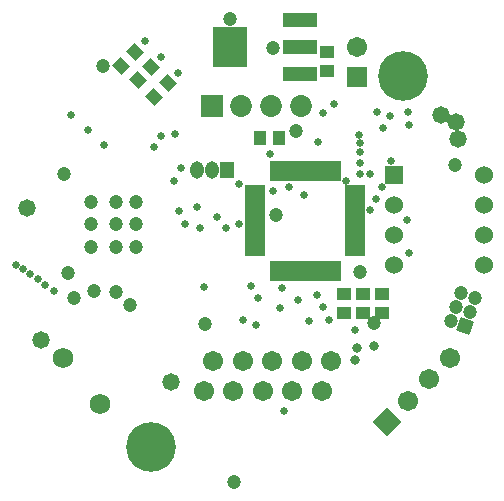
<source format=gts>
G04*
G04 #@! TF.GenerationSoftware,Altium Limited,Altium Designer,20.0.7 (75)*
G04*
G04 Layer_Color=8388736*
%FSLAX44Y44*%
%MOMM*%
G71*
G01*
G75*
%ADD24R,2.9032X3.5032*%
%ADD25R,2.9032X1.2032*%
%ADD26R,1.1684X1.0668*%
G04:AMPARAMS|DCode=27|XSize=1.0668mm|YSize=1.1684mm|CornerRadius=0mm|HoleSize=0mm|Usage=FLASHONLY|Rotation=225.000|XOffset=0mm|YOffset=0mm|HoleType=Round|Shape=Rectangle|*
%AMROTATEDRECTD27*
4,1,4,-0.0359,0.7903,0.7903,-0.0359,0.0359,-0.7903,-0.7903,0.0359,-0.0359,0.7903,0.0*
%
%ADD27ROTATEDRECTD27*%

%ADD28R,1.0668X1.1684*%
%ADD29R,1.6764X0.4826*%
%ADD30R,0.4826X1.6764*%
%ADD31C,1.7272*%
%ADD32R,1.8532X1.8532*%
%ADD33C,1.8532*%
%ADD34C,1.7032*%
%ADD35P,1.7016X4X385.0*%
%ADD36C,1.2032*%
%ADD37R,1.5240X1.5240*%
%ADD38C,1.5240*%
%ADD39C,4.2032*%
%ADD40P,2.4087X4X90.0*%
%ADD41C,1.4732*%
%ADD42R,1.2032X1.4732*%
%ADD43O,1.2032X1.4732*%
%ADD44R,1.7032X1.7032*%
%ADD45C,0.6532*%
%ADD46C,0.8032*%
D24*
X-23500Y170000D02*
D03*
D25*
X35500Y193000D02*
D03*
Y170000D02*
D03*
Y147000D02*
D03*
D26*
X73000Y-55001D02*
D03*
Y-38999D02*
D03*
X105000Y-55001D02*
D03*
Y-38999D02*
D03*
X89000Y-55001D02*
D03*
Y-38999D02*
D03*
X58000Y149999D02*
D03*
Y166001D02*
D03*
D27*
X-115658Y154343D02*
D03*
X-104342Y165657D02*
D03*
X-101658Y142342D02*
D03*
X-90343Y153657D02*
D03*
X-87658Y128342D02*
D03*
X-76343Y139657D02*
D03*
D28*
X1999Y93000D02*
D03*
X18001D02*
D03*
D29*
X82164Y-4500D02*
D03*
Y500D02*
D03*
Y5500D02*
D03*
Y10500D02*
D03*
Y15500D02*
D03*
Y20500D02*
D03*
Y25500D02*
D03*
Y30500D02*
D03*
Y35500D02*
D03*
Y40500D02*
D03*
Y45500D02*
D03*
Y50500D02*
D03*
X-2164D02*
D03*
Y45500D02*
D03*
Y40500D02*
D03*
Y35500D02*
D03*
Y30500D02*
D03*
Y25500D02*
D03*
Y20500D02*
D03*
Y15500D02*
D03*
Y10500D02*
D03*
Y5500D02*
D03*
Y500D02*
D03*
Y-4500D02*
D03*
D30*
X67500Y65164D02*
D03*
X62500D02*
D03*
X57500D02*
D03*
X52500D02*
D03*
X47500D02*
D03*
X42500D02*
D03*
X37500D02*
D03*
X32500D02*
D03*
X27500D02*
D03*
X22500D02*
D03*
X17500D02*
D03*
X12500D02*
D03*
Y-19164D02*
D03*
X17500D02*
D03*
X22500D02*
D03*
X27500D02*
D03*
X32500D02*
D03*
X37500D02*
D03*
X42500D02*
D03*
X47500D02*
D03*
X52500D02*
D03*
X57500D02*
D03*
X62500D02*
D03*
X67500D02*
D03*
D31*
X-165462Y-93300D02*
D03*
X-133996Y-132157D02*
D03*
D32*
X-39000Y120000D02*
D03*
D33*
X-14000D02*
D03*
X11000D02*
D03*
X36000D02*
D03*
D34*
X54000Y-121000D02*
D03*
X29000D02*
D03*
X4000D02*
D03*
X-21000D02*
D03*
X-46000D02*
D03*
X162882Y-93118D02*
D03*
X144921Y-111079D02*
D03*
X126960Y-129039D02*
D03*
X62000Y-96000D02*
D03*
X37000D02*
D03*
X12000D02*
D03*
X-13000D02*
D03*
X-38000D02*
D03*
X84000Y170000D02*
D03*
D35*
X175313Y-65868D02*
D03*
D36*
X163379Y-61525D02*
D03*
X179656Y-53934D02*
D03*
X184000Y-42000D02*
D03*
X172066Y-37656D02*
D03*
X167722Y-49591D02*
D03*
X-103000Y39000D02*
D03*
X-120000D02*
D03*
X-141000D02*
D03*
Y20000D02*
D03*
X-103000D02*
D03*
X-120000D02*
D03*
Y1000D02*
D03*
X-103000D02*
D03*
X-141000D02*
D03*
X-119850Y-37000D02*
D03*
X-108000Y-48000D02*
D03*
X98148Y-63099D02*
D03*
X-161000Y-21000D02*
D03*
X167000Y70000D02*
D03*
X-156000Y-42000D02*
D03*
X-139000Y-36000D02*
D03*
X-45000Y-64000D02*
D03*
X-20000Y-198000D02*
D03*
X32000Y99000D02*
D03*
X-131000Y154000D02*
D03*
X86000Y-20000D02*
D03*
X13000Y169000D02*
D03*
X-164000Y63000D02*
D03*
X15500Y28164D02*
D03*
X-24000Y194000D02*
D03*
D37*
X114800Y62200D02*
D03*
D38*
Y36800D02*
D03*
Y11400D02*
D03*
Y-14000D02*
D03*
X191000D02*
D03*
Y11400D02*
D03*
Y36800D02*
D03*
Y62200D02*
D03*
D39*
X-91000Y-168000D02*
D03*
X123000Y146000D02*
D03*
D40*
X109000Y-147000D02*
D03*
D41*
X155000Y113000D02*
D03*
X168018Y106612D02*
D03*
X169569Y92193D02*
D03*
X-74000Y-113000D02*
D03*
X-184000Y-78000D02*
D03*
X-196000Y34000D02*
D03*
D42*
X-26600Y66300D02*
D03*
D43*
X-39300D02*
D03*
X-52000D02*
D03*
D44*
X84000Y144600D02*
D03*
D45*
X112000Y112000D02*
D03*
X127000Y115425D02*
D03*
X-52000Y35000D02*
D03*
X10000Y80000D02*
D03*
X-46000Y-33000D02*
D03*
X126000Y24000D02*
D03*
X-88022Y85478D02*
D03*
X22000Y-138000D02*
D03*
X128000Y104000D02*
D03*
X85575Y96000D02*
D03*
X106000Y102000D02*
D03*
X112725Y74000D02*
D03*
X86000Y89000D02*
D03*
X128000Y-4000D02*
D03*
X43000Y-62000D02*
D03*
X82000Y-69000D02*
D03*
X55000Y-50000D02*
D03*
X50000Y-40000D02*
D03*
X26000Y52000D02*
D03*
X39000Y45000D02*
D03*
X74683Y56683D02*
D03*
X-16000Y54000D02*
D03*
X13000Y48000D02*
D03*
X-35000Y26000D02*
D03*
X95000Y32000D02*
D03*
X100250Y41250D02*
D03*
X105000Y52000D02*
D03*
X-13000Y-61000D02*
D03*
X-6000Y-32000D02*
D03*
X0Y-42000D02*
D03*
X-2000Y-65000D02*
D03*
X-16000Y20000D02*
D03*
X-27000Y17000D02*
D03*
X101000Y115000D02*
D03*
X-67000Y31000D02*
D03*
X-49000Y17000D02*
D03*
X-65000Y68000D02*
D03*
X-71000Y57000D02*
D03*
X-70000Y97000D02*
D03*
X-62000Y20000D02*
D03*
X60000Y-61000D02*
D03*
X95000Y63000D02*
D03*
X51000Y90000D02*
D03*
X86000Y81000D02*
D03*
Y72000D02*
D03*
Y63000D02*
D03*
X55000Y114000D02*
D03*
X19000Y-50336D02*
D03*
X34000Y-44000D02*
D03*
X20000Y-34000D02*
D03*
X-130130Y87000D02*
D03*
X-144000Y100000D02*
D03*
X-158000Y112870D02*
D03*
X-96000Y175000D02*
D03*
X-82000Y162000D02*
D03*
X-68000Y148000D02*
D03*
X-173000Y-36000D02*
D03*
X-180000Y-31000D02*
D03*
X-186000Y-26000D02*
D03*
X-193000Y-22000D02*
D03*
X-199000Y-18000D02*
D03*
X-205000Y-14000D02*
D03*
X-82000Y95000D02*
D03*
X64000Y122000D02*
D03*
D46*
X98000Y-83000D02*
D03*
X84000Y-85000D02*
D03*
X82000Y-95000D02*
D03*
M02*

</source>
